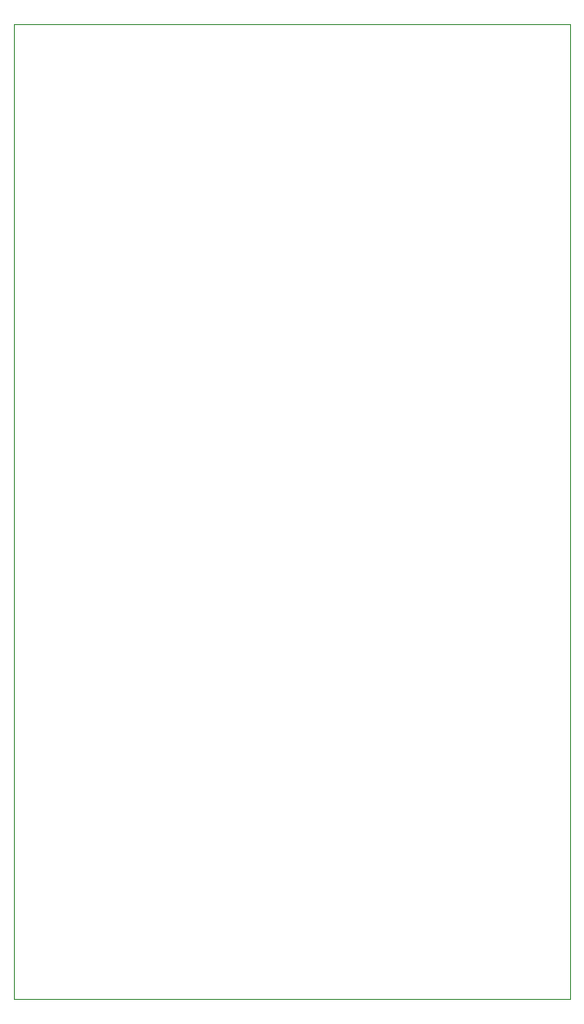
<source format=gbr>
%TF.GenerationSoftware,KiCad,Pcbnew,9.0.5*%
%TF.CreationDate,2025-11-15T02:09:42-05:00*%
%TF.ProjectId,CreditCard,43726564-6974-4436-9172-642e6b696361,rev?*%
%TF.SameCoordinates,Original*%
%TF.FileFunction,Profile,NP*%
%FSLAX46Y46*%
G04 Gerber Fmt 4.6, Leading zero omitted, Abs format (unit mm)*
G04 Created by KiCad (PCBNEW 9.0.5) date 2025-11-15 02:09:42*
%MOMM*%
%LPD*%
G01*
G04 APERTURE LIST*
%TA.AperFunction,Profile*%
%ADD10C,0.050000*%
%TD*%
G04 APERTURE END LIST*
D10*
X100000000Y-36500000D02*
X150800000Y-36500000D01*
X150800000Y-125400000D01*
X100000000Y-125400000D01*
X100000000Y-36500000D01*
M02*

</source>
